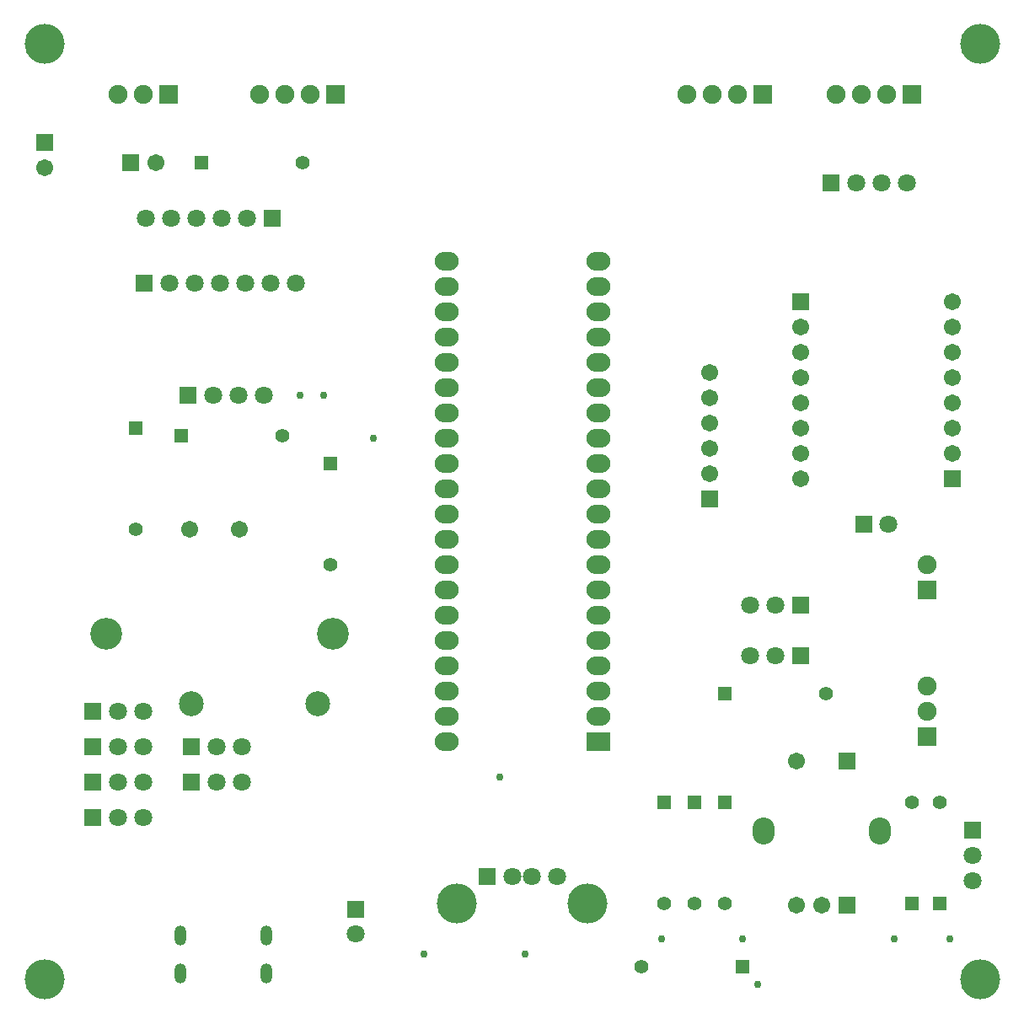
<source format=gbs>
G04*
G04 #@! TF.GenerationSoftware,Altium Limited,Altium Designer,21.2.1 (34)*
G04*
G04 Layer_Color=16711935*
%FSLAX25Y25*%
%MOIN*%
G70*
G04*
G04 #@! TF.SameCoordinates,F9D7F3A8-4154-4F6A-AE32-A65E76AD83D7*
G04*
G04*
G04 #@! TF.FilePolarity,Negative*
G04*
G01*
G75*
%ADD37C,0.06706*%
%ADD38R,0.06706X0.06706*%
%ADD39R,0.05524X0.05524*%
%ADD40C,0.05524*%
%ADD41R,0.07099X0.07099*%
%ADD42C,0.07099*%
%ADD43R,0.05524X0.05524*%
%ADD44R,0.07493X0.07493*%
%ADD45C,0.07493*%
%ADD46O,0.04737X0.07887*%
%ADD47C,0.09855*%
%ADD48O,0.08674X0.10642*%
%ADD49R,0.06706X0.06706*%
%ADD50R,0.07493X0.07493*%
%ADD51C,0.12611*%
%ADD52O,0.09461X0.07335*%
%ADD53R,0.09461X0.07335*%
%ADD54R,0.07099X0.07099*%
%ADD55C,0.15761*%
%ADD56C,0.03000*%
D37*
X57315Y178000D02*
D03*
X77000D02*
D03*
X299300Y258200D02*
D03*
Y248200D02*
D03*
Y238200D02*
D03*
Y228200D02*
D03*
Y218200D02*
D03*
Y208200D02*
D03*
Y198200D02*
D03*
X359300Y268200D02*
D03*
Y258200D02*
D03*
Y248200D02*
D03*
Y238200D02*
D03*
Y228200D02*
D03*
Y218200D02*
D03*
Y208200D02*
D03*
X297355Y86414D02*
D03*
X307355Y29328D02*
D03*
X297355D02*
D03*
X44000Y323000D02*
D03*
X0Y321000D02*
D03*
X263000Y200000D02*
D03*
Y210000D02*
D03*
Y220000D02*
D03*
Y230000D02*
D03*
Y240000D02*
D03*
D38*
X299300Y268200D02*
D03*
X359300Y198200D02*
D03*
X0Y331000D02*
D03*
X263000Y190000D02*
D03*
D39*
X269000Y113000D02*
D03*
X276000Y5000D02*
D03*
X62000Y323000D02*
D03*
X54000Y215000D02*
D03*
D40*
X309000Y113000D02*
D03*
X236000Y5000D02*
D03*
X36000Y178000D02*
D03*
X102000Y323000D02*
D03*
X113000Y164000D02*
D03*
X94000Y215000D02*
D03*
X343000Y70000D02*
D03*
X245000Y30000D02*
D03*
X257000D02*
D03*
X269000D02*
D03*
X354000Y70000D02*
D03*
D41*
X299000Y148000D02*
D03*
Y128000D02*
D03*
X90000Y301000D02*
D03*
X19000Y64000D02*
D03*
Y78000D02*
D03*
Y92000D02*
D03*
Y106000D02*
D03*
X39370Y275590D02*
D03*
X311000Y315000D02*
D03*
X56900Y231230D02*
D03*
X324079Y180000D02*
D03*
X58000Y78000D02*
D03*
Y92000D02*
D03*
D42*
X289000Y148000D02*
D03*
X279000D02*
D03*
X289000Y128000D02*
D03*
X279000Y128000D02*
D03*
X50000Y301000D02*
D03*
X70000Y301000D02*
D03*
X80000D02*
D03*
X60000D02*
D03*
X40000D02*
D03*
X29000Y64000D02*
D03*
X39000D02*
D03*
X29000Y78000D02*
D03*
X39000D02*
D03*
X29000Y92000D02*
D03*
X39000D02*
D03*
X29000Y106000D02*
D03*
X39000D02*
D03*
X89370Y275590D02*
D03*
X69370D02*
D03*
X49370D02*
D03*
X59370D02*
D03*
X79370Y275590D02*
D03*
X99370Y275590D02*
D03*
X331000Y315000D02*
D03*
X321000D02*
D03*
X341000D02*
D03*
X76900Y231230D02*
D03*
X66900Y231230D02*
D03*
X86900D02*
D03*
X333921Y180000D02*
D03*
X68000Y78000D02*
D03*
X78000Y78000D02*
D03*
X68000Y92000D02*
D03*
X78000D02*
D03*
X367000Y49000D02*
D03*
Y39000D02*
D03*
X123000Y18079D02*
D03*
X185039Y40768D02*
D03*
X202756Y40768D02*
D03*
X192913Y40768D02*
D03*
D43*
X36000Y218000D02*
D03*
X113000Y204000D02*
D03*
X343000Y30000D02*
D03*
X245000Y70000D02*
D03*
X257000D02*
D03*
X269000D02*
D03*
X354000Y30000D02*
D03*
D44*
X343000Y350000D02*
D03*
X284000D02*
D03*
X49000D02*
D03*
X115000D02*
D03*
D45*
X333000D02*
D03*
X323000D02*
D03*
X313000D02*
D03*
X274000D02*
D03*
X264000D02*
D03*
X254000D02*
D03*
X29000D02*
D03*
X39000D02*
D03*
X349000Y116000D02*
D03*
Y106000D02*
D03*
X105000Y350000D02*
D03*
X95000D02*
D03*
X85000D02*
D03*
X349000Y164000D02*
D03*
D46*
X87866Y2363D02*
D03*
X53866Y17323D02*
D03*
Y2363D02*
D03*
X87866Y17323D02*
D03*
D47*
X108000Y109000D02*
D03*
X58000D02*
D03*
D48*
X330387Y58855D02*
D03*
X284324Y58855D02*
D03*
D49*
X317355Y86414D02*
D03*
Y29328D02*
D03*
X34000Y323000D02*
D03*
D50*
X349000Y96000D02*
D03*
Y154000D02*
D03*
D51*
X24528Y136929D02*
D03*
X114213D02*
D03*
D52*
X158976Y283976D02*
D03*
Y273976D02*
D03*
Y263976D02*
D03*
Y253976D02*
D03*
Y243976D02*
D03*
Y233976D02*
D03*
Y223976D02*
D03*
Y213976D02*
D03*
Y203976D02*
D03*
Y193976D02*
D03*
Y183976D02*
D03*
Y173976D02*
D03*
Y163976D02*
D03*
Y153976D02*
D03*
Y143976D02*
D03*
Y133976D02*
D03*
Y123976D02*
D03*
Y113976D02*
D03*
Y103976D02*
D03*
Y93976D02*
D03*
X218976Y283976D02*
D03*
X218976Y273976D02*
D03*
Y263976D02*
D03*
Y253976D02*
D03*
Y243976D02*
D03*
X218976Y233976D02*
D03*
Y223976D02*
D03*
X218976Y213976D02*
D03*
Y203976D02*
D03*
X218976Y193976D02*
D03*
X218976Y183976D02*
D03*
X218976Y173976D02*
D03*
X218976Y163976D02*
D03*
Y153976D02*
D03*
X218976Y143976D02*
D03*
Y133976D02*
D03*
X218976Y123976D02*
D03*
Y113976D02*
D03*
X218976Y103976D02*
D03*
D53*
X218976Y93976D02*
D03*
D54*
X367000Y59000D02*
D03*
X123000Y27921D02*
D03*
X175197Y40768D02*
D03*
D55*
X214843Y30098D02*
D03*
X163110D02*
D03*
X370079Y0D02*
D03*
Y370079D02*
D03*
X0D02*
D03*
Y0D02*
D03*
D56*
X358000Y16000D02*
D03*
X336000D02*
D03*
X276000D02*
D03*
X244000D02*
D03*
X282000Y-2000D02*
D03*
X150000Y10000D02*
D03*
X190000D02*
D03*
X180000Y80000D02*
D03*
X130000Y214000D02*
D03*
X110456Y231002D02*
D03*
X101000Y231000D02*
D03*
M02*

</source>
